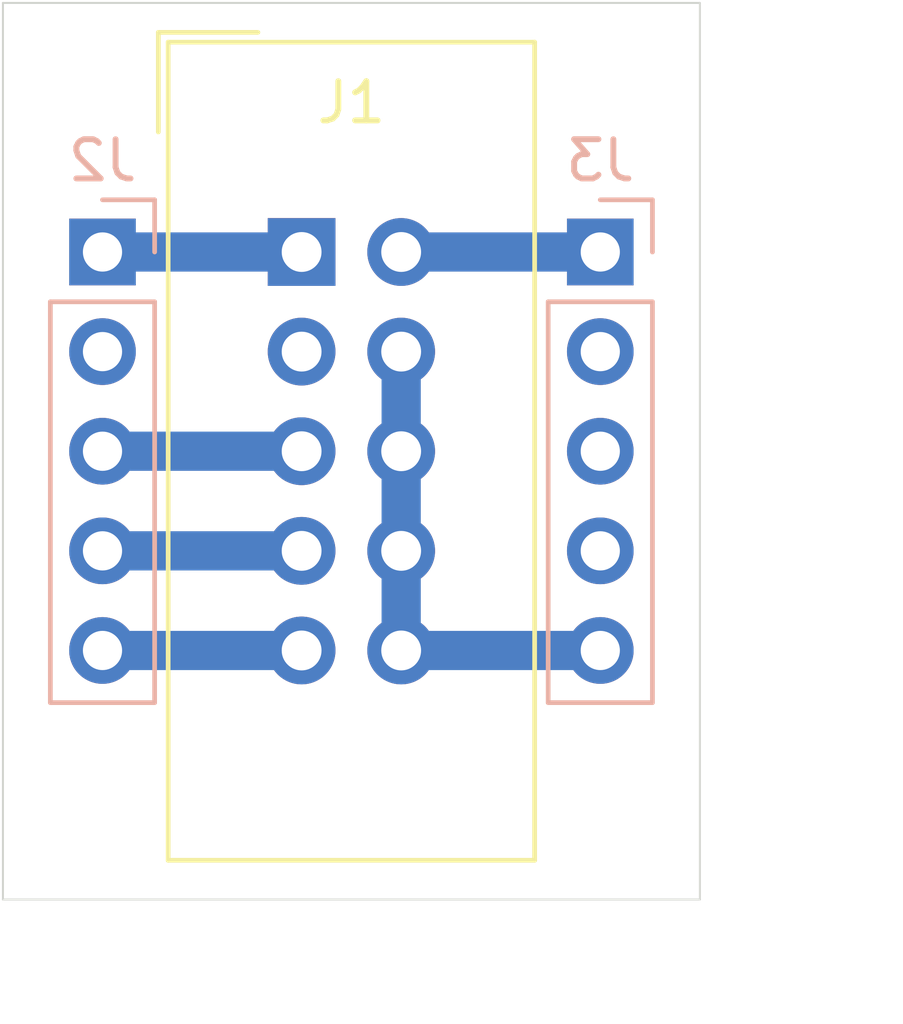
<source format=kicad_pcb>
(kicad_pcb (version 20171130) (host pcbnew 5.1.4-3.fc31)

  (general
    (thickness 1.6)
    (drawings 6)
    (tracks 7)
    (zones 0)
    (modules 3)
    (nets 12)
  )

  (page A4)
  (title_block
    (title "ISP to PCB Adapter PCB layout")
    (date 2019-11-17)
    (rev 1.0)
    (company "MSc. Paweł Sobótka")
    (comment 1 "GNU GPLv3")
  )

  (layers
    (0 F.Cu signal hide)
    (31 B.Cu signal)
    (32 B.Adhes user)
    (33 F.Adhes user)
    (34 B.Paste user)
    (35 F.Paste user)
    (36 B.SilkS user)
    (37 F.SilkS user)
    (38 B.Mask user)
    (39 F.Mask user)
    (40 Dwgs.User user)
    (41 Cmts.User user)
    (42 Eco1.User user)
    (43 Eco2.User user)
    (44 Edge.Cuts user)
    (45 Margin user)
    (46 B.CrtYd user)
    (47 F.CrtYd user)
    (48 B.Fab user)
    (49 F.Fab user)
  )

  (setup
    (last_trace_width 1)
    (user_trace_width 1)
    (trace_clearance 0.2)
    (zone_clearance 0.508)
    (zone_45_only no)
    (trace_min 0.2)
    (via_size 0.8)
    (via_drill 0.4)
    (via_min_size 0.4)
    (via_min_drill 0.3)
    (uvia_size 0.3)
    (uvia_drill 0.1)
    (uvias_allowed no)
    (uvia_min_size 0.2)
    (uvia_min_drill 0.1)
    (edge_width 0.05)
    (segment_width 0.2)
    (pcb_text_width 0.3)
    (pcb_text_size 1.5 1.5)
    (mod_edge_width 0.12)
    (mod_text_size 1 1)
    (mod_text_width 0.15)
    (pad_size 1.524 1.524)
    (pad_drill 0.762)
    (pad_to_mask_clearance 0.051)
    (solder_mask_min_width 0.25)
    (aux_axis_origin 124.46 87.63)
    (grid_origin 139.7 71.12)
    (visible_elements FFFFFF7F)
    (pcbplotparams
      (layerselection 0x092fc_ffffffff)
      (usegerberextensions true)
      (usegerberattributes true)
      (usegerberadvancedattributes true)
      (creategerberjobfile true)
      (excludeedgelayer true)
      (linewidth 0.150000)
      (plotframeref false)
      (viasonmask false)
      (mode 1)
      (useauxorigin true)
      (hpglpennumber 1)
      (hpglpenspeed 20)
      (hpglpendiameter 15.000000)
      (psnegative false)
      (psa4output false)
      (plotreference true)
      (plotvalue true)
      (plotinvisibletext false)
      (padsonsilk false)
      (subtractmaskfromsilk true)
      (outputformat 1)
      (mirror false)
      (drillshape 0)
      (scaleselection 1)
      (outputdirectory "plot/"))
  )

  (net 0 "")
  (net 1 /MOSI)
  (net 2 /VCC)
  (net 3 "Net-(J1-Pad3)")
  (net 4 /GND)
  (net 5 /RST)
  (net 6 /SCK)
  (net 7 /MISO)
  (net 8 "Net-(J2-Pad2)")
  (net 9 "Net-(J3-Pad4)")
  (net 10 "Net-(J3-Pad3)")
  (net 11 "Net-(J3-Pad2)")

  (net_class Default "To jest domyślna klasa połączeń."
    (clearance 0.2)
    (trace_width 0.25)
    (via_dia 0.8)
    (via_drill 0.4)
    (uvia_dia 0.3)
    (uvia_drill 0.1)
    (add_net /GND)
    (add_net /MISO)
    (add_net /MOSI)
    (add_net /RST)
    (add_net /SCK)
    (add_net /VCC)
    (add_net "Net-(J1-Pad3)")
    (add_net "Net-(J2-Pad2)")
    (add_net "Net-(J3-Pad2)")
    (add_net "Net-(J3-Pad3)")
    (add_net "Net-(J3-Pad4)")
  )

  (module Connector_IDC:IDC-Header_2x05_P2.54mm_Vertical (layer F.Cu) (tedit 59DE0611) (tstamp 5DD1637D)
    (at 132.08 71.12)
    (descr "Through hole straight IDC box header, 2x05, 2.54mm pitch, double rows")
    (tags "Through hole IDC box header THT 2x05 2.54mm double row")
    (path /5DD1102A)
    (fp_text reference J1 (at 1.27 -3.81) (layer F.SilkS)
      (effects (font (size 1 1) (thickness 0.15)))
    )
    (fp_text value AVR-ISP-10 (at 1.27 13.97) (layer F.Fab)
      (effects (font (size 1 1) (thickness 0.15)))
    )
    (fp_text user %R (at 1.27 5.08) (layer F.Fab)
      (effects (font (size 1 1) (thickness 0.15)))
    )
    (fp_line (start 5.695 -5.1) (end 5.695 15.26) (layer F.Fab) (width 0.1))
    (fp_line (start 5.145 -4.56) (end 5.145 14.7) (layer F.Fab) (width 0.1))
    (fp_line (start -3.155 -5.1) (end -3.155 15.26) (layer F.Fab) (width 0.1))
    (fp_line (start -2.605 -4.56) (end -2.605 2.83) (layer F.Fab) (width 0.1))
    (fp_line (start -2.605 7.33) (end -2.605 14.7) (layer F.Fab) (width 0.1))
    (fp_line (start -2.605 2.83) (end -3.155 2.83) (layer F.Fab) (width 0.1))
    (fp_line (start -2.605 7.33) (end -3.155 7.33) (layer F.Fab) (width 0.1))
    (fp_line (start 5.695 -5.1) (end -3.155 -5.1) (layer F.Fab) (width 0.1))
    (fp_line (start 5.145 -4.56) (end -2.605 -4.56) (layer F.Fab) (width 0.1))
    (fp_line (start 5.695 15.26) (end -3.155 15.26) (layer F.Fab) (width 0.1))
    (fp_line (start 5.145 14.7) (end -2.605 14.7) (layer F.Fab) (width 0.1))
    (fp_line (start 5.695 -5.1) (end 5.145 -4.56) (layer F.Fab) (width 0.1))
    (fp_line (start 5.695 15.26) (end 5.145 14.7) (layer F.Fab) (width 0.1))
    (fp_line (start -3.155 -5.1) (end -2.605 -4.56) (layer F.Fab) (width 0.1))
    (fp_line (start -3.155 15.26) (end -2.605 14.7) (layer F.Fab) (width 0.1))
    (fp_line (start 5.95 -5.35) (end 5.95 15.51) (layer F.CrtYd) (width 0.05))
    (fp_line (start 5.95 15.51) (end -3.41 15.51) (layer F.CrtYd) (width 0.05))
    (fp_line (start -3.41 15.51) (end -3.41 -5.35) (layer F.CrtYd) (width 0.05))
    (fp_line (start -3.41 -5.35) (end 5.95 -5.35) (layer F.CrtYd) (width 0.05))
    (fp_line (start 5.945 -5.35) (end 5.945 15.51) (layer F.SilkS) (width 0.12))
    (fp_line (start 5.945 15.51) (end -3.405 15.51) (layer F.SilkS) (width 0.12))
    (fp_line (start -3.405 15.51) (end -3.405 -5.35) (layer F.SilkS) (width 0.12))
    (fp_line (start -3.405 -5.35) (end 5.945 -5.35) (layer F.SilkS) (width 0.12))
    (fp_line (start -3.655 -5.6) (end -3.655 -3.06) (layer F.SilkS) (width 0.12))
    (fp_line (start -3.655 -5.6) (end -1.115 -5.6) (layer F.SilkS) (width 0.12))
    (pad 1 thru_hole rect (at 0 0) (size 1.7272 1.7272) (drill 1.016) (layers *.Cu *.Mask)
      (net 1 /MOSI))
    (pad 2 thru_hole oval (at 2.54 0) (size 1.7272 1.7272) (drill 1.016) (layers *.Cu *.Mask)
      (net 2 /VCC))
    (pad 3 thru_hole oval (at 0 2.54) (size 1.7272 1.7272) (drill 1.016) (layers *.Cu *.Mask)
      (net 3 "Net-(J1-Pad3)"))
    (pad 4 thru_hole oval (at 2.54 2.54) (size 1.7272 1.7272) (drill 1.016) (layers *.Cu *.Mask)
      (net 4 /GND))
    (pad 5 thru_hole oval (at 0 5.08) (size 1.7272 1.7272) (drill 1.016) (layers *.Cu *.Mask)
      (net 5 /RST))
    (pad 6 thru_hole oval (at 2.54 5.08) (size 1.7272 1.7272) (drill 1.016) (layers *.Cu *.Mask)
      (net 4 /GND))
    (pad 7 thru_hole oval (at 0 7.62) (size 1.7272 1.7272) (drill 1.016) (layers *.Cu *.Mask)
      (net 6 /SCK))
    (pad 8 thru_hole oval (at 2.54 7.62) (size 1.7272 1.7272) (drill 1.016) (layers *.Cu *.Mask)
      (net 4 /GND))
    (pad 9 thru_hole oval (at 0 10.16) (size 1.7272 1.7272) (drill 1.016) (layers *.Cu *.Mask)
      (net 7 /MISO))
    (pad 10 thru_hole oval (at 2.54 10.16) (size 1.7272 1.7272) (drill 1.016) (layers *.Cu *.Mask)
      (net 4 /GND))
    (model ${KISYS3DMOD}/Connector_IDC.3dshapes/IDC-Header_2x05_P2.54mm_Vertical.wrl
      (at (xyz 0 0 0))
      (scale (xyz 1 1 1))
      (rotate (xyz 0 0 0))
    )
  )

  (module Connector_PinHeader_2.54mm:PinHeader_1x05_P2.54mm_Vertical (layer B.Cu) (tedit 59FED5CC) (tstamp 5DD16396)
    (at 127 71.12 180)
    (descr "Through hole straight pin header, 1x05, 2.54mm pitch, single row")
    (tags "Through hole pin header THT 1x05 2.54mm single row")
    (path /5DD11C1B)
    (fp_text reference J2 (at 0 2.33) (layer B.SilkS)
      (effects (font (size 1 1) (thickness 0.15)) (justify mirror))
    )
    (fp_text value MountPin1 (at -2.54 -5.08 90) (layer B.Fab)
      (effects (font (size 1 1) (thickness 0.15)) (justify mirror))
    )
    (fp_line (start -0.635 1.27) (end 1.27 1.27) (layer B.Fab) (width 0.1))
    (fp_line (start 1.27 1.27) (end 1.27 -11.43) (layer B.Fab) (width 0.1))
    (fp_line (start 1.27 -11.43) (end -1.27 -11.43) (layer B.Fab) (width 0.1))
    (fp_line (start -1.27 -11.43) (end -1.27 0.635) (layer B.Fab) (width 0.1))
    (fp_line (start -1.27 0.635) (end -0.635 1.27) (layer B.Fab) (width 0.1))
    (fp_line (start -1.33 -11.49) (end 1.33 -11.49) (layer B.SilkS) (width 0.12))
    (fp_line (start -1.33 -1.27) (end -1.33 -11.49) (layer B.SilkS) (width 0.12))
    (fp_line (start 1.33 -1.27) (end 1.33 -11.49) (layer B.SilkS) (width 0.12))
    (fp_line (start -1.33 -1.27) (end 1.33 -1.27) (layer B.SilkS) (width 0.12))
    (fp_line (start -1.33 0) (end -1.33 1.33) (layer B.SilkS) (width 0.12))
    (fp_line (start -1.33 1.33) (end 0 1.33) (layer B.SilkS) (width 0.12))
    (fp_line (start -1.8 1.8) (end -1.8 -11.95) (layer B.CrtYd) (width 0.05))
    (fp_line (start -1.8 -11.95) (end 1.8 -11.95) (layer B.CrtYd) (width 0.05))
    (fp_line (start 1.8 -11.95) (end 1.8 1.8) (layer B.CrtYd) (width 0.05))
    (fp_line (start 1.8 1.8) (end -1.8 1.8) (layer B.CrtYd) (width 0.05))
    (fp_text user %R (at 0 -5.08 270) (layer B.Fab)
      (effects (font (size 1 1) (thickness 0.15)) (justify mirror))
    )
    (pad 1 thru_hole rect (at 0 0 180) (size 1.7 1.7) (drill 1) (layers *.Cu *.Mask)
      (net 1 /MOSI))
    (pad 2 thru_hole oval (at 0 -2.54 180) (size 1.7 1.7) (drill 1) (layers *.Cu *.Mask)
      (net 8 "Net-(J2-Pad2)"))
    (pad 3 thru_hole oval (at 0 -5.08 180) (size 1.7 1.7) (drill 1) (layers *.Cu *.Mask)
      (net 5 /RST))
    (pad 4 thru_hole oval (at 0 -7.62 180) (size 1.7 1.7) (drill 1) (layers *.Cu *.Mask)
      (net 6 /SCK))
    (pad 5 thru_hole oval (at 0 -10.16 180) (size 1.7 1.7) (drill 1) (layers *.Cu *.Mask)
      (net 7 /MISO))
    (model ${KISYS3DMOD}/Connector_PinHeader_2.54mm.3dshapes/PinHeader_1x05_P2.54mm_Vertical.wrl
      (at (xyz 0 0 0))
      (scale (xyz 1 1 1))
      (rotate (xyz 0 0 0))
    )
  )

  (module Connector_PinHeader_2.54mm:PinHeader_1x05_P2.54mm_Vertical (layer B.Cu) (tedit 59FED5CC) (tstamp 5DD168B3)
    (at 139.7 71.12 180)
    (descr "Through hole straight pin header, 1x05, 2.54mm pitch, single row")
    (tags "Through hole pin header THT 1x05 2.54mm single row")
    (path /5DD1208C)
    (fp_text reference J3 (at 0 2.33) (layer B.SilkS)
      (effects (font (size 1 1) (thickness 0.15)) (justify mirror))
    )
    (fp_text value MountPin2 (at 2.54 -5.08 90) (layer B.Fab)
      (effects (font (size 1 1) (thickness 0.15)) (justify mirror))
    )
    (fp_text user %R (at 0 -5.08 270) (layer B.Fab)
      (effects (font (size 1 1) (thickness 0.15)) (justify mirror))
    )
    (fp_line (start 1.8 1.8) (end -1.8 1.8) (layer B.CrtYd) (width 0.05))
    (fp_line (start 1.8 -11.95) (end 1.8 1.8) (layer B.CrtYd) (width 0.05))
    (fp_line (start -1.8 -11.95) (end 1.8 -11.95) (layer B.CrtYd) (width 0.05))
    (fp_line (start -1.8 1.8) (end -1.8 -11.95) (layer B.CrtYd) (width 0.05))
    (fp_line (start -1.33 1.33) (end 0 1.33) (layer B.SilkS) (width 0.12))
    (fp_line (start -1.33 0) (end -1.33 1.33) (layer B.SilkS) (width 0.12))
    (fp_line (start -1.33 -1.27) (end 1.33 -1.27) (layer B.SilkS) (width 0.12))
    (fp_line (start 1.33 -1.27) (end 1.33 -11.49) (layer B.SilkS) (width 0.12))
    (fp_line (start -1.33 -1.27) (end -1.33 -11.49) (layer B.SilkS) (width 0.12))
    (fp_line (start -1.33 -11.49) (end 1.33 -11.49) (layer B.SilkS) (width 0.12))
    (fp_line (start -1.27 0.635) (end -0.635 1.27) (layer B.Fab) (width 0.1))
    (fp_line (start -1.27 -11.43) (end -1.27 0.635) (layer B.Fab) (width 0.1))
    (fp_line (start 1.27 -11.43) (end -1.27 -11.43) (layer B.Fab) (width 0.1))
    (fp_line (start 1.27 1.27) (end 1.27 -11.43) (layer B.Fab) (width 0.1))
    (fp_line (start -0.635 1.27) (end 1.27 1.27) (layer B.Fab) (width 0.1))
    (pad 5 thru_hole oval (at 0 -10.16 180) (size 1.7 1.7) (drill 1) (layers *.Cu *.Mask)
      (net 4 /GND))
    (pad 4 thru_hole oval (at 0 -7.62 180) (size 1.7 1.7) (drill 1) (layers *.Cu *.Mask)
      (net 9 "Net-(J3-Pad4)"))
    (pad 3 thru_hole oval (at 0 -5.08 180) (size 1.7 1.7) (drill 1) (layers *.Cu *.Mask)
      (net 10 "Net-(J3-Pad3)"))
    (pad 2 thru_hole oval (at 0 -2.54 180) (size 1.7 1.7) (drill 1) (layers *.Cu *.Mask)
      (net 11 "Net-(J3-Pad2)"))
    (pad 1 thru_hole rect (at 0 0 180) (size 1.7 1.7) (drill 1) (layers *.Cu *.Mask)
      (net 2 /VCC))
    (model ${KISYS3DMOD}/Connector_PinHeader_2.54mm.3dshapes/PinHeader_1x05_P2.54mm_Vertical.wrl
      (at (xyz 0 0 0))
      (scale (xyz 1 1 1))
      (rotate (xyz 0 0 0))
    )
  )

  (dimension 22.86 (width 0.15) (layer Cmts.User)
    (gr_text "22,860 mm" (at 146.08 76.2 90) (layer Cmts.User)
      (effects (font (size 1 1) (thickness 0.15)))
    )
    (feature1 (pts (xy 142.24 64.77) (xy 145.366421 64.77)))
    (feature2 (pts (xy 142.24 87.63) (xy 145.366421 87.63)))
    (crossbar (pts (xy 144.78 87.63) (xy 144.78 64.77)))
    (arrow1a (pts (xy 144.78 64.77) (xy 145.366421 65.896504)))
    (arrow1b (pts (xy 144.78 64.77) (xy 144.193579 65.896504)))
    (arrow2a (pts (xy 144.78 87.63) (xy 145.366421 86.503496)))
    (arrow2b (pts (xy 144.78 87.63) (xy 144.193579 86.503496)))
  )
  (dimension 17.78 (width 0.15) (layer Cmts.User)
    (gr_text "17,780 mm" (at 133.35 91.47) (layer Cmts.User)
      (effects (font (size 1 1) (thickness 0.15)))
    )
    (feature1 (pts (xy 142.24 87.63) (xy 142.24 90.756421)))
    (feature2 (pts (xy 124.46 87.63) (xy 124.46 90.756421)))
    (crossbar (pts (xy 124.46 90.17) (xy 142.24 90.17)))
    (arrow1a (pts (xy 142.24 90.17) (xy 141.113496 90.756421)))
    (arrow1b (pts (xy 142.24 90.17) (xy 141.113496 89.583579)))
    (arrow2a (pts (xy 124.46 90.17) (xy 125.586504 90.756421)))
    (arrow2b (pts (xy 124.46 90.17) (xy 125.586504 89.583579)))
  )
  (gr_line (start 124.46 87.63) (end 124.46 64.77) (layer Edge.Cuts) (width 0.05) (tstamp 5DD1637C))
  (gr_line (start 142.24 87.63) (end 124.46 87.63) (layer Edge.Cuts) (width 0.05))
  (gr_line (start 142.24 64.77) (end 142.24 87.63) (layer Edge.Cuts) (width 0.05))
  (gr_line (start 124.46 64.77) (end 142.24 64.77) (layer Edge.Cuts) (width 0.05))

  (segment (start 127 71.12) (end 132.08 71.12) (width 1) (layer B.Cu) (net 1))
  (segment (start 134.62 71.12) (end 139.7 71.12) (width 1) (layer B.Cu) (net 2))
  (segment (start 134.62 73.66) (end 134.62 81.28) (width 1) (layer B.Cu) (net 4))
  (segment (start 134.62 81.28) (end 139.7 81.28) (width 1) (layer B.Cu) (net 4))
  (segment (start 127 76.2) (end 132.08 76.2) (width 1) (layer B.Cu) (net 5))
  (segment (start 127 78.74) (end 132.08 78.74) (width 1) (layer B.Cu) (net 6))
  (segment (start 127 81.28) (end 132.08 81.28) (width 1) (layer B.Cu) (net 7))

)

</source>
